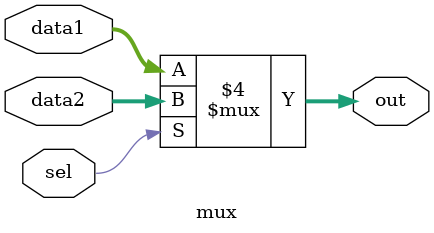
<source format=v>
module mux(
	input [31:0] data1,
	input [31:0] data2,
	input sel,
	output [31:0] out
	);

	always @(data1, data2, sel) begin
		if(sel == 0) 
			out = data1;
		else
			out = data2;
	end
	
endmodule
</source>
